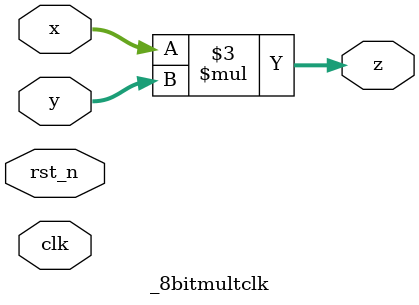
<source format=v>
module _8bitmultclk(z,x,y,clk,rst_n);
	input [7:0]x,y;
	input clk,rst_n;
	output wire[15:0]z;
	reg [7:0]a,b;
	always@(posedge clk or negedge rst_n)
	begin
		if(!rst_n)
		begin
			a<=0;
			b<=0;
		end
		else
		begin
			a<=x;
			b<=y;
		end
	end
	assign z=x*y;
endmodule
</source>
